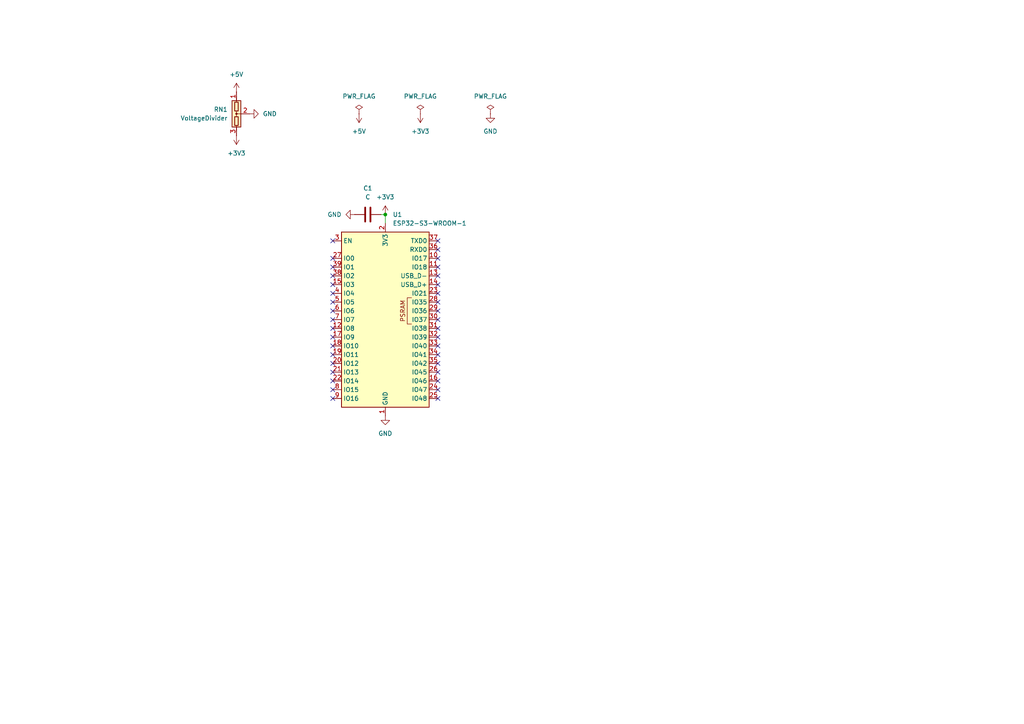
<source format=kicad_sch>
(kicad_sch
	(version 20250114)
	(generator "eeschema")
	(generator_version "9.0")
	(uuid "2fff397a-6090-44f7-b8d1-cbe27879c143")
	(paper "A4")
	(title_block
		(title "SMART WATCH")
		(date "2026-01-13")
		(comment 1 "0Zane")
	)
	(lib_symbols
		(symbol "Device:C"
			(pin_numbers
				(hide yes)
			)
			(pin_names
				(offset 0.254)
			)
			(exclude_from_sim no)
			(in_bom yes)
			(on_board yes)
			(property "Reference" "C"
				(at 0.635 2.54 0)
				(effects
					(font
						(size 1.27 1.27)
					)
					(justify left)
				)
			)
			(property "Value" "C"
				(at 0.635 -2.54 0)
				(effects
					(font
						(size 1.27 1.27)
					)
					(justify left)
				)
			)
			(property "Footprint" ""
				(at 0.9652 -3.81 0)
				(effects
					(font
						(size 1.27 1.27)
					)
					(hide yes)
				)
			)
			(property "Datasheet" "~"
				(at 0 0 0)
				(effects
					(font
						(size 1.27 1.27)
					)
					(hide yes)
				)
			)
			(property "Description" "Unpolarized capacitor"
				(at 0 0 0)
				(effects
					(font
						(size 1.27 1.27)
					)
					(hide yes)
				)
			)
			(property "ki_keywords" "cap capacitor"
				(at 0 0 0)
				(effects
					(font
						(size 1.27 1.27)
					)
					(hide yes)
				)
			)
			(property "ki_fp_filters" "C_*"
				(at 0 0 0)
				(effects
					(font
						(size 1.27 1.27)
					)
					(hide yes)
				)
			)
			(symbol "C_0_1"
				(polyline
					(pts
						(xy -2.032 0.762) (xy 2.032 0.762)
					)
					(stroke
						(width 0.508)
						(type default)
					)
					(fill
						(type none)
					)
				)
				(polyline
					(pts
						(xy -2.032 -0.762) (xy 2.032 -0.762)
					)
					(stroke
						(width 0.508)
						(type default)
					)
					(fill
						(type none)
					)
				)
			)
			(symbol "C_1_1"
				(pin passive line
					(at 0 3.81 270)
					(length 2.794)
					(name "~"
						(effects
							(font
								(size 1.27 1.27)
							)
						)
					)
					(number "1"
						(effects
							(font
								(size 1.27 1.27)
							)
						)
					)
				)
				(pin passive line
					(at 0 -3.81 90)
					(length 2.794)
					(name "~"
						(effects
							(font
								(size 1.27 1.27)
							)
						)
					)
					(number "2"
						(effects
							(font
								(size 1.27 1.27)
							)
						)
					)
				)
			)
			(embedded_fonts no)
		)
		(symbol "Device:VoltageDivider"
			(pin_names
				(offset 0)
				(hide yes)
			)
			(exclude_from_sim no)
			(in_bom yes)
			(on_board yes)
			(property "Reference" "RN"
				(at -4.445 0 90)
				(effects
					(font
						(size 1.27 1.27)
					)
				)
			)
			(property "Value" "VoltageDivider"
				(at -2.54 0 90)
				(effects
					(font
						(size 1.27 1.27)
					)
				)
			)
			(property "Footprint" ""
				(at 12.065 0 90)
				(effects
					(font
						(size 1.27 1.27)
					)
					(hide yes)
				)
			)
			(property "Datasheet" "~"
				(at 5.08 0 0)
				(effects
					(font
						(size 1.27 1.27)
					)
					(hide yes)
				)
			)
			(property "Description" "Voltage divider"
				(at 0 0 0)
				(effects
					(font
						(size 1.27 1.27)
					)
					(hide yes)
				)
			)
			(property "ki_keywords" "R network voltage divider"
				(at 0 0 0)
				(effects
					(font
						(size 1.27 1.27)
					)
					(hide yes)
				)
			)
			(property "ki_fp_filters" "R?Array?SIP* SOT?23"
				(at 0 0 0)
				(effects
					(font
						(size 1.27 1.27)
					)
					(hide yes)
				)
			)
			(symbol "VoltageDivider_0_1"
				(rectangle
					(start -1.27 -3.81)
					(end 1.27 3.81)
					(stroke
						(width 0.254)
						(type default)
					)
					(fill
						(type background)
					)
				)
				(rectangle
					(start -0.508 3.3782)
					(end 0.508 0.8382)
					(stroke
						(width 0.254)
						(type default)
					)
					(fill
						(type none)
					)
				)
				(rectangle
					(start -0.508 -3.3782)
					(end 0.508 -0.8382)
					(stroke
						(width 0.254)
						(type default)
					)
					(fill
						(type none)
					)
				)
				(polyline
					(pts
						(xy 0 5.08) (xy 0 3.3782)
					)
					(stroke
						(width 0)
						(type default)
					)
					(fill
						(type none)
					)
				)
				(polyline
					(pts
						(xy 0 0.889) (xy 0 -0.889)
					)
					(stroke
						(width 0)
						(type default)
					)
					(fill
						(type none)
					)
				)
				(circle
					(center 0 0.0254)
					(radius 0.254)
					(stroke
						(width 0)
						(type default)
					)
					(fill
						(type outline)
					)
				)
				(polyline
					(pts
						(xy 0 -5.08) (xy 0 -3.429)
					)
					(stroke
						(width 0)
						(type default)
					)
					(fill
						(type none)
					)
				)
				(polyline
					(pts
						(xy 1.27 0) (xy 0 0)
					)
					(stroke
						(width 0)
						(type default)
					)
					(fill
						(type none)
					)
				)
			)
			(symbol "VoltageDivider_1_1"
				(pin passive line
					(at 0 6.35 270)
					(length 2.54)
					(name "~"
						(effects
							(font
								(size 1.27 1.27)
							)
						)
					)
					(number "1"
						(effects
							(font
								(size 1.27 1.27)
							)
						)
					)
				)
				(pin passive line
					(at 0 -6.35 90)
					(length 2.54)
					(name "~"
						(effects
							(font
								(size 1.27 1.27)
							)
						)
					)
					(number "3"
						(effects
							(font
								(size 1.27 1.27)
							)
						)
					)
				)
				(pin passive line
					(at 3.81 0 180)
					(length 2.54)
					(name "~"
						(effects
							(font
								(size 1.27 1.27)
							)
						)
					)
					(number "2"
						(effects
							(font
								(size 1.27 1.27)
							)
						)
					)
				)
			)
			(embedded_fonts no)
		)
		(symbol "RF_Module:ESP32-S3-WROOM-1"
			(exclude_from_sim no)
			(in_bom yes)
			(on_board yes)
			(property "Reference" "U"
				(at -12.7 26.67 0)
				(effects
					(font
						(size 1.27 1.27)
					)
				)
			)
			(property "Value" "ESP32-S3-WROOM-1"
				(at 12.7 26.67 0)
				(effects
					(font
						(size 1.27 1.27)
					)
				)
			)
			(property "Footprint" "RF_Module:ESP32-S3-WROOM-1"
				(at 0 2.54 0)
				(effects
					(font
						(size 1.27 1.27)
					)
					(hide yes)
				)
			)
			(property "Datasheet" "https://www.espressif.com/sites/default/files/documentation/esp32-s3-wroom-1_wroom-1u_datasheet_en.pdf"
				(at 0 0 0)
				(effects
					(font
						(size 1.27 1.27)
					)
					(hide yes)
				)
			)
			(property "Description" "RF Module, ESP32-S3 SoC, Wi-Fi 802.11b/g/n, Bluetooth, BLE, 32-bit, 3.3V, onboard antenna, SMD"
				(at 0 0 0)
				(effects
					(font
						(size 1.27 1.27)
					)
					(hide yes)
				)
			)
			(property "ki_keywords" "RF Radio BT ESP ESP32-S3 Espressif onboard PCB antenna"
				(at 0 0 0)
				(effects
					(font
						(size 1.27 1.27)
					)
					(hide yes)
				)
			)
			(property "ki_fp_filters" "ESP32?S3?WROOM?1*"
				(at 0 0 0)
				(effects
					(font
						(size 1.27 1.27)
					)
					(hide yes)
				)
			)
			(symbol "ESP32-S3-WROOM-1_0_0"
				(rectangle
					(start -12.7 25.4)
					(end 12.7 -25.4)
					(stroke
						(width 0.254)
						(type default)
					)
					(fill
						(type background)
					)
				)
				(text "PSRAM"
					(at 5.08 2.54 900)
					(effects
						(font
							(size 1.27 1.27)
						)
					)
				)
			)
			(symbol "ESP32-S3-WROOM-1_0_1"
				(polyline
					(pts
						(xy 7.62 -1.27) (xy 6.35 -1.27) (xy 6.35 6.35) (xy 7.62 6.35)
					)
					(stroke
						(width 0)
						(type default)
					)
					(fill
						(type none)
					)
				)
			)
			(symbol "ESP32-S3-WROOM-1_1_1"
				(pin input line
					(at -15.24 22.86 0)
					(length 2.54)
					(name "EN"
						(effects
							(font
								(size 1.27 1.27)
							)
						)
					)
					(number "3"
						(effects
							(font
								(size 1.27 1.27)
							)
						)
					)
				)
				(pin bidirectional line
					(at -15.24 17.78 0)
					(length 2.54)
					(name "IO0"
						(effects
							(font
								(size 1.27 1.27)
							)
						)
					)
					(number "27"
						(effects
							(font
								(size 1.27 1.27)
							)
						)
					)
				)
				(pin bidirectional line
					(at -15.24 15.24 0)
					(length 2.54)
					(name "IO1"
						(effects
							(font
								(size 1.27 1.27)
							)
						)
					)
					(number "39"
						(effects
							(font
								(size 1.27 1.27)
							)
						)
					)
				)
				(pin bidirectional line
					(at -15.24 12.7 0)
					(length 2.54)
					(name "IO2"
						(effects
							(font
								(size 1.27 1.27)
							)
						)
					)
					(number "38"
						(effects
							(font
								(size 1.27 1.27)
							)
						)
					)
				)
				(pin bidirectional line
					(at -15.24 10.16 0)
					(length 2.54)
					(name "IO3"
						(effects
							(font
								(size 1.27 1.27)
							)
						)
					)
					(number "15"
						(effects
							(font
								(size 1.27 1.27)
							)
						)
					)
				)
				(pin bidirectional line
					(at -15.24 7.62 0)
					(length 2.54)
					(name "IO4"
						(effects
							(font
								(size 1.27 1.27)
							)
						)
					)
					(number "4"
						(effects
							(font
								(size 1.27 1.27)
							)
						)
					)
				)
				(pin bidirectional line
					(at -15.24 5.08 0)
					(length 2.54)
					(name "IO5"
						(effects
							(font
								(size 1.27 1.27)
							)
						)
					)
					(number "5"
						(effects
							(font
								(size 1.27 1.27)
							)
						)
					)
				)
				(pin bidirectional line
					(at -15.24 2.54 0)
					(length 2.54)
					(name "IO6"
						(effects
							(font
								(size 1.27 1.27)
							)
						)
					)
					(number "6"
						(effects
							(font
								(size 1.27 1.27)
							)
						)
					)
				)
				(pin bidirectional line
					(at -15.24 0 0)
					(length 2.54)
					(name "IO7"
						(effects
							(font
								(size 1.27 1.27)
							)
						)
					)
					(number "7"
						(effects
							(font
								(size 1.27 1.27)
							)
						)
					)
				)
				(pin bidirectional line
					(at -15.24 -2.54 0)
					(length 2.54)
					(name "IO8"
						(effects
							(font
								(size 1.27 1.27)
							)
						)
					)
					(number "12"
						(effects
							(font
								(size 1.27 1.27)
							)
						)
					)
				)
				(pin bidirectional line
					(at -15.24 -5.08 0)
					(length 2.54)
					(name "IO9"
						(effects
							(font
								(size 1.27 1.27)
							)
						)
					)
					(number "17"
						(effects
							(font
								(size 1.27 1.27)
							)
						)
					)
				)
				(pin bidirectional line
					(at -15.24 -7.62 0)
					(length 2.54)
					(name "IO10"
						(effects
							(font
								(size 1.27 1.27)
							)
						)
					)
					(number "18"
						(effects
							(font
								(size 1.27 1.27)
							)
						)
					)
				)
				(pin bidirectional line
					(at -15.24 -10.16 0)
					(length 2.54)
					(name "IO11"
						(effects
							(font
								(size 1.27 1.27)
							)
						)
					)
					(number "19"
						(effects
							(font
								(size 1.27 1.27)
							)
						)
					)
				)
				(pin bidirectional line
					(at -15.24 -12.7 0)
					(length 2.54)
					(name "IO12"
						(effects
							(font
								(size 1.27 1.27)
							)
						)
					)
					(number "20"
						(effects
							(font
								(size 1.27 1.27)
							)
						)
					)
				)
				(pin bidirectional line
					(at -15.24 -15.24 0)
					(length 2.54)
					(name "IO13"
						(effects
							(font
								(size 1.27 1.27)
							)
						)
					)
					(number "21"
						(effects
							(font
								(size 1.27 1.27)
							)
						)
					)
				)
				(pin bidirectional line
					(at -15.24 -17.78 0)
					(length 2.54)
					(name "IO14"
						(effects
							(font
								(size 1.27 1.27)
							)
						)
					)
					(number "22"
						(effects
							(font
								(size 1.27 1.27)
							)
						)
					)
				)
				(pin bidirectional line
					(at -15.24 -20.32 0)
					(length 2.54)
					(name "IO15"
						(effects
							(font
								(size 1.27 1.27)
							)
						)
					)
					(number "8"
						(effects
							(font
								(size 1.27 1.27)
							)
						)
					)
				)
				(pin bidirectional line
					(at -15.24 -22.86 0)
					(length 2.54)
					(name "IO16"
						(effects
							(font
								(size 1.27 1.27)
							)
						)
					)
					(number "9"
						(effects
							(font
								(size 1.27 1.27)
							)
						)
					)
				)
				(pin power_in line
					(at 0 27.94 270)
					(length 2.54)
					(name "3V3"
						(effects
							(font
								(size 1.27 1.27)
							)
						)
					)
					(number "2"
						(effects
							(font
								(size 1.27 1.27)
							)
						)
					)
				)
				(pin power_in line
					(at 0 -27.94 90)
					(length 2.54)
					(name "GND"
						(effects
							(font
								(size 1.27 1.27)
							)
						)
					)
					(number "1"
						(effects
							(font
								(size 1.27 1.27)
							)
						)
					)
				)
				(pin passive line
					(at 0 -27.94 90)
					(length 2.54)
					(hide yes)
					(name "GND"
						(effects
							(font
								(size 1.27 1.27)
							)
						)
					)
					(number "40"
						(effects
							(font
								(size 1.27 1.27)
							)
						)
					)
				)
				(pin passive line
					(at 0 -27.94 90)
					(length 2.54)
					(hide yes)
					(name "GND"
						(effects
							(font
								(size 1.27 1.27)
							)
						)
					)
					(number "41"
						(effects
							(font
								(size 1.27 1.27)
							)
						)
					)
				)
				(pin bidirectional line
					(at 15.24 22.86 180)
					(length 2.54)
					(name "TXD0"
						(effects
							(font
								(size 1.27 1.27)
							)
						)
					)
					(number "37"
						(effects
							(font
								(size 1.27 1.27)
							)
						)
					)
				)
				(pin bidirectional line
					(at 15.24 20.32 180)
					(length 2.54)
					(name "RXD0"
						(effects
							(font
								(size 1.27 1.27)
							)
						)
					)
					(number "36"
						(effects
							(font
								(size 1.27 1.27)
							)
						)
					)
				)
				(pin bidirectional line
					(at 15.24 17.78 180)
					(length 2.54)
					(name "IO17"
						(effects
							(font
								(size 1.27 1.27)
							)
						)
					)
					(number "10"
						(effects
							(font
								(size 1.27 1.27)
							)
						)
					)
				)
				(pin bidirectional line
					(at 15.24 15.24 180)
					(length 2.54)
					(name "IO18"
						(effects
							(font
								(size 1.27 1.27)
							)
						)
					)
					(number "11"
						(effects
							(font
								(size 1.27 1.27)
							)
						)
					)
				)
				(pin bidirectional line
					(at 15.24 12.7 180)
					(length 2.54)
					(name "USB_D-"
						(effects
							(font
								(size 1.27 1.27)
							)
						)
					)
					(number "13"
						(effects
							(font
								(size 1.27 1.27)
							)
						)
					)
					(alternate "IO19" bidirectional line)
				)
				(pin bidirectional line
					(at 15.24 10.16 180)
					(length 2.54)
					(name "USB_D+"
						(effects
							(font
								(size 1.27 1.27)
							)
						)
					)
					(number "14"
						(effects
							(font
								(size 1.27 1.27)
							)
						)
					)
					(alternate "IO20" bidirectional line)
				)
				(pin bidirectional line
					(at 15.24 7.62 180)
					(length 2.54)
					(name "IO21"
						(effects
							(font
								(size 1.27 1.27)
							)
						)
					)
					(number "23"
						(effects
							(font
								(size 1.27 1.27)
							)
						)
					)
				)
				(pin bidirectional line
					(at 15.24 5.08 180)
					(length 2.54)
					(name "IO35"
						(effects
							(font
								(size 1.27 1.27)
							)
						)
					)
					(number "28"
						(effects
							(font
								(size 1.27 1.27)
							)
						)
					)
				)
				(pin bidirectional line
					(at 15.24 2.54 180)
					(length 2.54)
					(name "IO36"
						(effects
							(font
								(size 1.27 1.27)
							)
						)
					)
					(number "29"
						(effects
							(font
								(size 1.27 1.27)
							)
						)
					)
				)
				(pin bidirectional line
					(at 15.24 0 180)
					(length 2.54)
					(name "IO37"
						(effects
							(font
								(size 1.27 1.27)
							)
						)
					)
					(number "30"
						(effects
							(font
								(size 1.27 1.27)
							)
						)
					)
				)
				(pin bidirectional line
					(at 15.24 -2.54 180)
					(length 2.54)
					(name "IO38"
						(effects
							(font
								(size 1.27 1.27)
							)
						)
					)
					(number "31"
						(effects
							(font
								(size 1.27 1.27)
							)
						)
					)
				)
				(pin bidirectional line
					(at 15.24 -5.08 180)
					(length 2.54)
					(name "IO39"
						(effects
							(font
								(size 1.27 1.27)
							)
						)
					)
					(number "32"
						(effects
							(font
								(size 1.27 1.27)
							)
						)
					)
				)
				(pin bidirectional line
					(at 15.24 -7.62 180)
					(length 2.54)
					(name "IO40"
						(effects
							(font
								(size 1.27 1.27)
							)
						)
					)
					(number "33"
						(effects
							(font
								(size 1.27 1.27)
							)
						)
					)
				)
				(pin bidirectional line
					(at 15.24 -10.16 180)
					(length 2.54)
					(name "IO41"
						(effects
							(font
								(size 1.27 1.27)
							)
						)
					)
					(number "34"
						(effects
							(font
								(size 1.27 1.27)
							)
						)
					)
				)
				(pin bidirectional line
					(at 15.24 -12.7 180)
					(length 2.54)
					(name "IO42"
						(effects
							(font
								(size 1.27 1.27)
							)
						)
					)
					(number "35"
						(effects
							(font
								(size 1.27 1.27)
							)
						)
					)
				)
				(pin bidirectional line
					(at 15.24 -15.24 180)
					(length 2.54)
					(name "IO45"
						(effects
							(font
								(size 1.27 1.27)
							)
						)
					)
					(number "26"
						(effects
							(font
								(size 1.27 1.27)
							)
						)
					)
				)
				(pin bidirectional line
					(at 15.24 -17.78 180)
					(length 2.54)
					(name "IO46"
						(effects
							(font
								(size 1.27 1.27)
							)
						)
					)
					(number "16"
						(effects
							(font
								(size 1.27 1.27)
							)
						)
					)
				)
				(pin bidirectional line
					(at 15.24 -20.32 180)
					(length 2.54)
					(name "IO47"
						(effects
							(font
								(size 1.27 1.27)
							)
						)
					)
					(number "24"
						(effects
							(font
								(size 1.27 1.27)
							)
						)
					)
				)
				(pin bidirectional line
					(at 15.24 -22.86 180)
					(length 2.54)
					(name "IO48"
						(effects
							(font
								(size 1.27 1.27)
							)
						)
					)
					(number "25"
						(effects
							(font
								(size 1.27 1.27)
							)
						)
					)
				)
			)
			(embedded_fonts no)
		)
		(symbol "power:+3V3"
			(power)
			(pin_numbers
				(hide yes)
			)
			(pin_names
				(offset 0)
				(hide yes)
			)
			(exclude_from_sim no)
			(in_bom yes)
			(on_board yes)
			(property "Reference" "#PWR"
				(at 0 -3.81 0)
				(effects
					(font
						(size 1.27 1.27)
					)
					(hide yes)
				)
			)
			(property "Value" "+3V3"
				(at 0 3.556 0)
				(effects
					(font
						(size 1.27 1.27)
					)
				)
			)
			(property "Footprint" ""
				(at 0 0 0)
				(effects
					(font
						(size 1.27 1.27)
					)
					(hide yes)
				)
			)
			(property "Datasheet" ""
				(at 0 0 0)
				(effects
					(font
						(size 1.27 1.27)
					)
					(hide yes)
				)
			)
			(property "Description" "Power symbol creates a global label with name \"+3V3\""
				(at 0 0 0)
				(effects
					(font
						(size 1.27 1.27)
					)
					(hide yes)
				)
			)
			(property "ki_keywords" "global power"
				(at 0 0 0)
				(effects
					(font
						(size 1.27 1.27)
					)
					(hide yes)
				)
			)
			(symbol "+3V3_0_1"
				(polyline
					(pts
						(xy -0.762 1.27) (xy 0 2.54)
					)
					(stroke
						(width 0)
						(type default)
					)
					(fill
						(type none)
					)
				)
				(polyline
					(pts
						(xy 0 2.54) (xy 0.762 1.27)
					)
					(stroke
						(width 0)
						(type default)
					)
					(fill
						(type none)
					)
				)
				(polyline
					(pts
						(xy 0 0) (xy 0 2.54)
					)
					(stroke
						(width 0)
						(type default)
					)
					(fill
						(type none)
					)
				)
			)
			(symbol "+3V3_1_1"
				(pin power_in line
					(at 0 0 90)
					(length 0)
					(name "~"
						(effects
							(font
								(size 1.27 1.27)
							)
						)
					)
					(number "1"
						(effects
							(font
								(size 1.27 1.27)
							)
						)
					)
				)
			)
			(embedded_fonts no)
		)
		(symbol "power:+5V"
			(power)
			(pin_numbers
				(hide yes)
			)
			(pin_names
				(offset 0)
				(hide yes)
			)
			(exclude_from_sim no)
			(in_bom yes)
			(on_board yes)
			(property "Reference" "#PWR"
				(at 0 -3.81 0)
				(effects
					(font
						(size 1.27 1.27)
					)
					(hide yes)
				)
			)
			(property "Value" "+5V"
				(at 0 3.556 0)
				(effects
					(font
						(size 1.27 1.27)
					)
				)
			)
			(property "Footprint" ""
				(at 0 0 0)
				(effects
					(font
						(size 1.27 1.27)
					)
					(hide yes)
				)
			)
			(property "Datasheet" ""
				(at 0 0 0)
				(effects
					(font
						(size 1.27 1.27)
					)
					(hide yes)
				)
			)
			(property "Description" "Power symbol creates a global label with name \"+5V\""
				(at 0 0 0)
				(effects
					(font
						(size 1.27 1.27)
					)
					(hide yes)
				)
			)
			(property "ki_keywords" "global power"
				(at 0 0 0)
				(effects
					(font
						(size 1.27 1.27)
					)
					(hide yes)
				)
			)
			(symbol "+5V_0_1"
				(polyline
					(pts
						(xy -0.762 1.27) (xy 0 2.54)
					)
					(stroke
						(width 0)
						(type default)
					)
					(fill
						(type none)
					)
				)
				(polyline
					(pts
						(xy 0 2.54) (xy 0.762 1.27)
					)
					(stroke
						(width 0)
						(type default)
					)
					(fill
						(type none)
					)
				)
				(polyline
					(pts
						(xy 0 0) (xy 0 2.54)
					)
					(stroke
						(width 0)
						(type default)
					)
					(fill
						(type none)
					)
				)
			)
			(symbol "+5V_1_1"
				(pin power_in line
					(at 0 0 90)
					(length 0)
					(name "~"
						(effects
							(font
								(size 1.27 1.27)
							)
						)
					)
					(number "1"
						(effects
							(font
								(size 1.27 1.27)
							)
						)
					)
				)
			)
			(embedded_fonts no)
		)
		(symbol "power:GND"
			(power)
			(pin_numbers
				(hide yes)
			)
			(pin_names
				(offset 0)
				(hide yes)
			)
			(exclude_from_sim no)
			(in_bom yes)
			(on_board yes)
			(property "Reference" "#PWR"
				(at 0 -6.35 0)
				(effects
					(font
						(size 1.27 1.27)
					)
					(hide yes)
				)
			)
			(property "Value" "GND"
				(at 0 -3.81 0)
				(effects
					(font
						(size 1.27 1.27)
					)
				)
			)
			(property "Footprint" ""
				(at 0 0 0)
				(effects
					(font
						(size 1.27 1.27)
					)
					(hide yes)
				)
			)
			(property "Datasheet" ""
				(at 0 0 0)
				(effects
					(font
						(size 1.27 1.27)
					)
					(hide yes)
				)
			)
			(property "Description" "Power symbol creates a global label with name \"GND\" , ground"
				(at 0 0 0)
				(effects
					(font
						(size 1.27 1.27)
					)
					(hide yes)
				)
			)
			(property "ki_keywords" "global power"
				(at 0 0 0)
				(effects
					(font
						(size 1.27 1.27)
					)
					(hide yes)
				)
			)
			(symbol "GND_0_1"
				(polyline
					(pts
						(xy 0 0) (xy 0 -1.27) (xy 1.27 -1.27) (xy 0 -2.54) (xy -1.27 -1.27) (xy 0 -1.27)
					)
					(stroke
						(width 0)
						(type default)
					)
					(fill
						(type none)
					)
				)
			)
			(symbol "GND_1_1"
				(pin power_in line
					(at 0 0 270)
					(length 0)
					(name "~"
						(effects
							(font
								(size 1.27 1.27)
							)
						)
					)
					(number "1"
						(effects
							(font
								(size 1.27 1.27)
							)
						)
					)
				)
			)
			(embedded_fonts no)
		)
		(symbol "power:PWR_FLAG"
			(power)
			(pin_numbers
				(hide yes)
			)
			(pin_names
				(offset 0)
				(hide yes)
			)
			(exclude_from_sim no)
			(in_bom yes)
			(on_board yes)
			(property "Reference" "#FLG"
				(at 0 1.905 0)
				(effects
					(font
						(size 1.27 1.27)
					)
					(hide yes)
				)
			)
			(property "Value" "PWR_FLAG"
				(at 0 3.81 0)
				(effects
					(font
						(size 1.27 1.27)
					)
				)
			)
			(property "Footprint" ""
				(at 0 0 0)
				(effects
					(font
						(size 1.27 1.27)
					)
					(hide yes)
				)
			)
			(property "Datasheet" "~"
				(at 0 0 0)
				(effects
					(font
						(size 1.27 1.27)
					)
					(hide yes)
				)
			)
			(property "Description" "Special symbol for telling ERC where power comes from"
				(at 0 0 0)
				(effects
					(font
						(size 1.27 1.27)
					)
					(hide yes)
				)
			)
			(property "ki_keywords" "flag power"
				(at 0 0 0)
				(effects
					(font
						(size 1.27 1.27)
					)
					(hide yes)
				)
			)
			(symbol "PWR_FLAG_0_0"
				(pin power_out line
					(at 0 0 90)
					(length 0)
					(name "~"
						(effects
							(font
								(size 1.27 1.27)
							)
						)
					)
					(number "1"
						(effects
							(font
								(size 1.27 1.27)
							)
						)
					)
				)
			)
			(symbol "PWR_FLAG_0_1"
				(polyline
					(pts
						(xy 0 0) (xy 0 1.27) (xy -1.016 1.905) (xy 0 2.54) (xy 1.016 1.905) (xy 0 1.27)
					)
					(stroke
						(width 0)
						(type default)
					)
					(fill
						(type none)
					)
				)
			)
			(embedded_fonts no)
		)
	)
	(junction
		(at 111.76 62.23)
		(diameter 0)
		(color 0 0 0 0)
		(uuid "5289b604-b18f-4dd3-9b06-43da070e1911")
	)
	(no_connect
		(at 96.52 92.71)
		(uuid "031d8d78-0f46-4b6f-86c0-463788dca260")
	)
	(no_connect
		(at 127 90.17)
		(uuid "0fc1af50-1e4f-45a5-a195-bafe39987215")
	)
	(no_connect
		(at 127 97.79)
		(uuid "221d43e5-3c5d-4bc3-bbe5-e8104bebb8b6")
	)
	(no_connect
		(at 127 87.63)
		(uuid "23d1b1c9-9652-4325-9782-db8195f65c3b")
	)
	(no_connect
		(at 96.52 90.17)
		(uuid "24bb73e7-fc21-4044-afe5-6ebbde8a2920")
	)
	(no_connect
		(at 127 74.93)
		(uuid "28afd989-01a6-41a8-b370-34efb5d3e434")
	)
	(no_connect
		(at 96.52 69.85)
		(uuid "31d8e77e-639e-439c-b0a2-e1229c3dfa9d")
	)
	(no_connect
		(at 127 95.25)
		(uuid "35b7811e-184e-4a07-b119-1a2235fd7fdd")
	)
	(no_connect
		(at 127 82.55)
		(uuid "365de904-6417-4beb-9e62-99d61f6effdf")
	)
	(no_connect
		(at 96.52 115.57)
		(uuid "447e6414-810b-423b-98b0-7085dd44a874")
	)
	(no_connect
		(at 127 85.09)
		(uuid "483d9d5e-cff4-4d7b-bcc7-8b62bacef397")
	)
	(no_connect
		(at 96.52 113.03)
		(uuid "4912a4cb-0683-455a-8eeb-92380230087b")
	)
	(no_connect
		(at 96.52 107.95)
		(uuid "530bff3a-70fe-4254-a52f-24fd75c0314a")
	)
	(no_connect
		(at 127 102.87)
		(uuid "58147a80-1d52-451a-9067-32e5ecf1ad0b")
	)
	(no_connect
		(at 96.52 110.49)
		(uuid "5cc5f947-cb52-4043-8aac-8deea8df64ce")
	)
	(no_connect
		(at 127 115.57)
		(uuid "7335073e-63f0-4b08-b05b-bd49d097d3e9")
	)
	(no_connect
		(at 127 80.01)
		(uuid "82f49021-9359-4663-a3c7-5c3bf5cc4ee2")
	)
	(no_connect
		(at 127 72.39)
		(uuid "86ecad5b-6001-4270-a0fc-83bc6faef443")
	)
	(no_connect
		(at 96.52 87.63)
		(uuid "9a975a7f-29ec-4640-a509-817057e55dc3")
	)
	(no_connect
		(at 127 105.41)
		(uuid "9ce21eb9-7fa3-40aa-8848-b99484f38bc5")
	)
	(no_connect
		(at 127 113.03)
		(uuid "9e0f1b56-ba16-4f5e-882e-906db07ace24")
	)
	(no_connect
		(at 96.52 82.55)
		(uuid "a0b831b1-3d44-4fcd-af33-ad95a3502cbc")
	)
	(no_connect
		(at 127 77.47)
		(uuid "a1a76892-7229-4ae2-a9a0-5afd5463a160")
	)
	(no_connect
		(at 127 110.49)
		(uuid "a1fecd74-569e-454f-90a9-28ef548cee3c")
	)
	(no_connect
		(at 96.52 85.09)
		(uuid "aecfb1d5-0454-4350-8bbc-00d221d22249")
	)
	(no_connect
		(at 127 92.71)
		(uuid "bf2509b7-e5e3-4210-975a-1d250e571777")
	)
	(no_connect
		(at 96.52 95.25)
		(uuid "c1e3f414-1d42-4e17-9c41-4c1910cd90a3")
	)
	(no_connect
		(at 96.52 74.93)
		(uuid "cb51901d-634e-4dca-9a9d-a1bfe7d94174")
	)
	(no_connect
		(at 96.52 97.79)
		(uuid "d414b109-8cb8-497b-b566-6102f5ef9630")
	)
	(no_connect
		(at 96.52 77.47)
		(uuid "dc3768ea-8214-4ad2-a9d4-2f80f632b2ab")
	)
	(no_connect
		(at 127 100.33)
		(uuid "de8b5e09-a86e-41a9-8c33-c2a43999635d")
	)
	(no_connect
		(at 96.52 102.87)
		(uuid "e0cac101-0294-41f8-bea9-26e997220c3f")
	)
	(no_connect
		(at 127 69.85)
		(uuid "e331ff82-5716-495e-ad1f-94f57d97a0c2")
	)
	(no_connect
		(at 96.52 80.01)
		(uuid "ee6583c2-9890-443a-8737-4e8f3c135700")
	)
	(no_connect
		(at 96.52 100.33)
		(uuid "f3662744-debc-4379-93b4-debc703ac105")
	)
	(no_connect
		(at 127 107.95)
		(uuid "f455eb3b-d019-4d57-a938-c5185c143858")
	)
	(no_connect
		(at 96.52 105.41)
		(uuid "f9da141f-5e09-4b66-bd50-0665253ee139")
	)
	(wire
		(pts
			(xy 110.49 62.23) (xy 111.76 62.23)
		)
		(stroke
			(width 0)
			(type default)
		)
		(uuid "c8ade634-e617-4935-9647-f908a1fec335")
	)
	(wire
		(pts
			(xy 111.76 64.77) (xy 111.76 62.23)
		)
		(stroke
			(width 0)
			(type default)
		)
		(uuid "cfb3d458-a19e-422f-810c-219e71b2008e")
	)
	(symbol
		(lib_id "power:PWR_FLAG")
		(at 121.92 33.02 0)
		(unit 1)
		(exclude_from_sim no)
		(in_bom yes)
		(on_board yes)
		(dnp no)
		(fields_autoplaced yes)
		(uuid "08297358-7146-4379-add4-d66ebb0d534a")
		(property "Reference" "#FLG02"
			(at 121.92 31.115 0)
			(effects
				(font
					(size 1.27 1.27)
				)
				(hide yes)
			)
		)
		(property "Value" "PWR_FLAG"
			(at 121.92 27.94 0)
			(effects
				(font
					(size 1.27 1.27)
				)
			)
		)
		(property "Footprint" ""
			(at 121.92 33.02 0)
			(effects
				(font
					(size 1.27 1.27)
				)
				(hide yes)
			)
		)
		(property "Datasheet" "~"
			(at 121.92 33.02 0)
			(effects
				(font
					(size 1.27 1.27)
				)
				(hide yes)
			)
		)
		(property "Description" "Special symbol for telling ERC where power comes from"
			(at 121.92 33.02 0)
			(effects
				(font
					(size 1.27 1.27)
				)
				(hide yes)
			)
		)
		(pin "1"
			(uuid "106e3bfe-5911-466f-abf6-59c9b5fc9f65")
		)
		(instances
			(project "watch"
				(path "/2fff397a-6090-44f7-b8d1-cbe27879c143"
					(reference "#FLG02")
					(unit 1)
				)
			)
		)
	)
	(symbol
		(lib_id "power:GND")
		(at 111.76 120.65 0)
		(unit 1)
		(exclude_from_sim no)
		(in_bom yes)
		(on_board yes)
		(dnp no)
		(fields_autoplaced yes)
		(uuid "1c8f36fd-f7fa-4ef8-a943-daa45bc69206")
		(property "Reference" "#PWR06"
			(at 111.76 127 0)
			(effects
				(font
					(size 1.27 1.27)
				)
				(hide yes)
			)
		)
		(property "Value" "GND"
			(at 111.76 125.73 0)
			(effects
				(font
					(size 1.27 1.27)
				)
			)
		)
		(property "Footprint" ""
			(at 111.76 120.65 0)
			(effects
				(font
					(size 1.27 1.27)
				)
				(hide yes)
			)
		)
		(property "Datasheet" ""
			(at 111.76 120.65 0)
			(effects
				(font
					(size 1.27 1.27)
				)
				(hide yes)
			)
		)
		(property "Description" "Power symbol creates a global label with name \"GND\" , ground"
			(at 111.76 120.65 0)
			(effects
				(font
					(size 1.27 1.27)
				)
				(hide yes)
			)
		)
		(pin "1"
			(uuid "5e244506-6401-4221-8ad0-cf4fcdcecf5a")
		)
		(instances
			(project ""
				(path "/2fff397a-6090-44f7-b8d1-cbe27879c143"
					(reference "#PWR06")
					(unit 1)
				)
			)
		)
	)
	(symbol
		(lib_id "power:GND")
		(at 142.24 33.02 0)
		(unit 1)
		(exclude_from_sim no)
		(in_bom yes)
		(on_board yes)
		(dnp no)
		(fields_autoplaced yes)
		(uuid "2ed5c9f6-a942-4949-bc7a-521c65c68596")
		(property "Reference" "#PWR07"
			(at 142.24 39.37 0)
			(effects
				(font
					(size 1.27 1.27)
				)
				(hide yes)
			)
		)
		(property "Value" "GND"
			(at 142.24 38.1 0)
			(effects
				(font
					(size 1.27 1.27)
				)
			)
		)
		(property "Footprint" ""
			(at 142.24 33.02 0)
			(effects
				(font
					(size 1.27 1.27)
				)
				(hide yes)
			)
		)
		(property "Datasheet" ""
			(at 142.24 33.02 0)
			(effects
				(font
					(size 1.27 1.27)
				)
				(hide yes)
			)
		)
		(property "Description" "Power symbol creates a global label with name \"GND\" , ground"
			(at 142.24 33.02 0)
			(effects
				(font
					(size 1.27 1.27)
				)
				(hide yes)
			)
		)
		(pin "1"
			(uuid "a851bb15-d8c4-4f5b-86a6-5ebe4c5d5505")
		)
		(instances
			(project ""
				(path "/2fff397a-6090-44f7-b8d1-cbe27879c143"
					(reference "#PWR07")
					(unit 1)
				)
			)
		)
	)
	(symbol
		(lib_id "power:+5V")
		(at 68.58 26.67 0)
		(unit 1)
		(exclude_from_sim no)
		(in_bom yes)
		(on_board yes)
		(dnp no)
		(fields_autoplaced yes)
		(uuid "35bea6e6-fac0-490b-8bca-54e1f10d8238")
		(property "Reference" "#PWR05"
			(at 68.58 30.48 0)
			(effects
				(font
					(size 1.27 1.27)
				)
				(hide yes)
			)
		)
		(property "Value" "+5V"
			(at 68.58 21.59 0)
			(effects
				(font
					(size 1.27 1.27)
				)
			)
		)
		(property "Footprint" ""
			(at 68.58 26.67 0)
			(effects
				(font
					(size 1.27 1.27)
				)
				(hide yes)
			)
		)
		(property "Datasheet" ""
			(at 68.58 26.67 0)
			(effects
				(font
					(size 1.27 1.27)
				)
				(hide yes)
			)
		)
		(property "Description" "Power symbol creates a global label with name \"+5V\""
			(at 68.58 26.67 0)
			(effects
				(font
					(size 1.27 1.27)
				)
				(hide yes)
			)
		)
		(pin "1"
			(uuid "378d1ded-ee11-4e08-ba5c-09959af86a17")
		)
		(instances
			(project ""
				(path "/2fff397a-6090-44f7-b8d1-cbe27879c143"
					(reference "#PWR05")
					(unit 1)
				)
			)
		)
	)
	(symbol
		(lib_id "power:GND")
		(at 72.39 33.02 90)
		(unit 1)
		(exclude_from_sim no)
		(in_bom yes)
		(on_board yes)
		(dnp no)
		(fields_autoplaced yes)
		(uuid "4270a59a-5172-4667-8e54-7ed2635c32cf")
		(property "Reference" "#PWR04"
			(at 78.74 33.02 0)
			(effects
				(font
					(size 1.27 1.27)
				)
				(hide yes)
			)
		)
		(property "Value" "GND"
			(at 76.2 33.0199 90)
			(effects
				(font
					(size 1.27 1.27)
				)
				(justify right)
			)
		)
		(property "Footprint" ""
			(at 72.39 33.02 0)
			(effects
				(font
					(size 1.27 1.27)
				)
				(hide yes)
			)
		)
		(property "Datasheet" ""
			(at 72.39 33.02 0)
			(effects
				(font
					(size 1.27 1.27)
				)
				(hide yes)
			)
		)
		(property "Description" "Power symbol creates a global label with name \"GND\" , ground"
			(at 72.39 33.02 0)
			(effects
				(font
					(size 1.27 1.27)
				)
				(hide yes)
			)
		)
		(pin "1"
			(uuid "3db491c3-49f2-4c9c-86a8-41a137e504db")
		)
		(instances
			(project ""
				(path "/2fff397a-6090-44f7-b8d1-cbe27879c143"
					(reference "#PWR04")
					(unit 1)
				)
			)
		)
	)
	(symbol
		(lib_id "Device:VoltageDivider")
		(at 68.58 33.02 0)
		(unit 1)
		(exclude_from_sim no)
		(in_bom yes)
		(on_board yes)
		(dnp no)
		(fields_autoplaced yes)
		(uuid "605914c7-d5b4-42b3-967f-04134611b033")
		(property "Reference" "RN1"
			(at 66.04 31.7499 0)
			(effects
				(font
					(size 1.27 1.27)
				)
				(justify right)
			)
		)
		(property "Value" "VoltageDivider"
			(at 66.04 34.2899 0)
			(effects
				(font
					(size 1.27 1.27)
				)
				(justify right)
			)
		)
		(property "Footprint" ""
			(at 80.645 33.02 90)
			(effects
				(font
					(size 1.27 1.27)
				)
				(hide yes)
			)
		)
		(property "Datasheet" "~"
			(at 73.66 33.02 0)
			(effects
				(font
					(size 1.27 1.27)
				)
				(hide yes)
			)
		)
		(property "Description" "Voltage divider"
			(at 68.58 33.02 0)
			(effects
				(font
					(size 1.27 1.27)
				)
				(hide yes)
			)
		)
		(pin "1"
			(uuid "c14f35f5-2081-411d-b4d6-738cf937d627")
		)
		(pin "2"
			(uuid "af26b5e2-57fe-4098-9abd-3a23d2644399")
		)
		(pin "3"
			(uuid "83a271b5-82e9-4c64-a5ac-f6bcea331fb6")
		)
		(instances
			(project ""
				(path "/2fff397a-6090-44f7-b8d1-cbe27879c143"
					(reference "RN1")
					(unit 1)
				)
			)
		)
	)
	(symbol
		(lib_id "power:PWR_FLAG")
		(at 142.24 33.02 0)
		(unit 1)
		(exclude_from_sim no)
		(in_bom yes)
		(on_board yes)
		(dnp no)
		(fields_autoplaced yes)
		(uuid "689d3beb-27c8-47d0-91d4-8a7739ba1a80")
		(property "Reference" "#FLG03"
			(at 142.24 31.115 0)
			(effects
				(font
					(size 1.27 1.27)
				)
				(hide yes)
			)
		)
		(property "Value" "PWR_FLAG"
			(at 142.24 27.94 0)
			(effects
				(font
					(size 1.27 1.27)
				)
			)
		)
		(property "Footprint" ""
			(at 142.24 33.02 0)
			(effects
				(font
					(size 1.27 1.27)
				)
				(hide yes)
			)
		)
		(property "Datasheet" "~"
			(at 142.24 33.02 0)
			(effects
				(font
					(size 1.27 1.27)
				)
				(hide yes)
			)
		)
		(property "Description" "Special symbol for telling ERC where power comes from"
			(at 142.24 33.02 0)
			(effects
				(font
					(size 1.27 1.27)
				)
				(hide yes)
			)
		)
		(pin "1"
			(uuid "dcd79b37-8480-4f72-989e-fb9b035dcdd7")
		)
		(instances
			(project "watch"
				(path "/2fff397a-6090-44f7-b8d1-cbe27879c143"
					(reference "#FLG03")
					(unit 1)
				)
			)
		)
	)
	(symbol
		(lib_id "RF_Module:ESP32-S3-WROOM-1")
		(at 111.76 92.71 0)
		(unit 1)
		(exclude_from_sim no)
		(in_bom yes)
		(on_board yes)
		(dnp no)
		(fields_autoplaced yes)
		(uuid "7afb88ab-d9b5-482f-a52c-6195ea8beb01")
		(property "Reference" "U1"
			(at 113.9033 62.23 0)
			(effects
				(font
					(size 1.27 1.27)
				)
				(justify left)
			)
		)
		(property "Value" "ESP32-S3-WROOM-1"
			(at 113.9033 64.77 0)
			(effects
				(font
					(size 1.27 1.27)
				)
				(justify left)
			)
		)
		(property "Footprint" "RF_Module:ESP32-S3-WROOM-1"
			(at 111.76 90.17 0)
			(effects
				(font
					(size 1.27 1.27)
				)
				(hide yes)
			)
		)
		(property "Datasheet" "https://www.espressif.com/sites/default/files/documentation/esp32-s3-wroom-1_wroom-1u_datasheet_en.pdf"
			(at 111.76 92.71 0)
			(effects
				(font
					(size 1.27 1.27)
				)
				(hide yes)
			)
		)
		(property "Description" "RF Module, ESP32-S3 SoC, Wi-Fi 802.11b/g/n, Bluetooth, BLE, 32-bit, 3.3V, onboard antenna, SMD"
			(at 111.76 92.71 0)
			(effects
				(font
					(size 1.27 1.27)
				)
				(hide yes)
			)
		)
		(pin "22"
			(uuid "b1ed8a4e-624e-47c9-ab1b-0bdf5b5ce382")
		)
		(pin "35"
			(uuid "7d5f6f07-2b7a-4459-84ee-c747620b5a3f")
		)
		(pin "14"
			(uuid "ae424ffe-8ead-4c04-8abf-8eb849830e2c")
		)
		(pin "40"
			(uuid "b2c08951-4caa-493f-b6a2-3cf33c8f51d0")
		)
		(pin "28"
			(uuid "7c9a1600-e34d-4dc4-8655-2a8bf21ebcde")
		)
		(pin "7"
			(uuid "a64fe4cc-b566-4b19-a295-101e6a3e299e")
		)
		(pin "3"
			(uuid "c29918e0-d228-40cb-ae66-e3c40dec9c9e")
		)
		(pin "17"
			(uuid "2c32136c-5e87-4b7d-ba89-fa8aed7b1eb8")
		)
		(pin "10"
			(uuid "071baca6-ae2a-4b76-ad66-751aa3f10754")
		)
		(pin "39"
			(uuid "4a2423cf-5cfc-45a5-b009-6597bfd5b85a")
		)
		(pin "4"
			(uuid "9c373bba-9db7-4d7f-8037-026b59d596c2")
		)
		(pin "12"
			(uuid "67a06919-6ee4-4ad8-b2be-4b9cff55ca8d")
		)
		(pin "21"
			(uuid "6a786ffa-e12d-4372-b78b-90cf301cb14c")
		)
		(pin "32"
			(uuid "18bb142e-2adc-4d5c-90aa-23148ac13142")
		)
		(pin "13"
			(uuid "600bd63a-cf34-49fb-ab89-f299ea64d72d")
		)
		(pin "6"
			(uuid "f23ad142-3436-45bd-87f7-ac05c88e751d")
		)
		(pin "25"
			(uuid "430a5151-6a57-4d19-9f12-f118f8612791")
		)
		(pin "30"
			(uuid "33ec0760-76f1-4e81-a0c7-27bb66b8a102")
		)
		(pin "15"
			(uuid "a423949b-bb4c-40e5-ba41-855e332c5556")
		)
		(pin "8"
			(uuid "7b6e31a3-cb80-4261-a515-f29e5f8f25ca")
		)
		(pin "20"
			(uuid "c04b6e64-32b5-4edc-9697-96d8c40a838d")
		)
		(pin "27"
			(uuid "4901506c-48a2-4f18-b58d-039c239bc71f")
		)
		(pin "5"
			(uuid "fcf38b0b-181b-4fb5-8151-7df27b87badf")
		)
		(pin "37"
			(uuid "34490bc5-6799-4419-a306-c076cae526ad")
		)
		(pin "23"
			(uuid "7813240d-8f05-4964-91dc-b7d40829c1db")
		)
		(pin "31"
			(uuid "10108bca-5fc9-4b3f-9cd2-60062b45ab8a")
		)
		(pin "18"
			(uuid "76a7f234-1a24-43ba-9f06-a0603b4bf92c")
		)
		(pin "29"
			(uuid "b3d8a47a-9fb9-447e-a39b-f14bd5158db8")
		)
		(pin "34"
			(uuid "a6e5bf21-41f6-4f03-9dc5-0aa07f9c7979")
		)
		(pin "2"
			(uuid "b7a60781-ba97-466f-9944-eb5987cf3450")
		)
		(pin "36"
			(uuid "b2869fec-4517-4113-a15e-443ac131f123")
		)
		(pin "19"
			(uuid "03132a50-cc60-4ccb-b1e0-6ae3f8527f35")
		)
		(pin "11"
			(uuid "552c24ce-53df-4ac0-a92e-1f789284a122")
		)
		(pin "9"
			(uuid "750dc0e1-14f9-4304-909e-e594c75defc3")
		)
		(pin "1"
			(uuid "e2a71141-2f2f-4bab-8c36-df72055ff71c")
		)
		(pin "38"
			(uuid "9149a810-afcb-4575-a842-c2301f589dab")
		)
		(pin "41"
			(uuid "38feeee1-6621-4b89-8479-9f73f42249dd")
		)
		(pin "33"
			(uuid "2d7c71a0-190f-442c-bbb0-49baa58aa1ce")
		)
		(pin "24"
			(uuid "384e632b-284f-4de9-9bd4-4967a48c2970")
		)
		(pin "26"
			(uuid "b044cf0a-9402-4964-977d-11199565cbe8")
		)
		(pin "16"
			(uuid "b0aa04a9-c50c-44f3-9aab-0fcb52aa96df")
		)
		(instances
			(project ""
				(path "/2fff397a-6090-44f7-b8d1-cbe27879c143"
					(reference "U1")
					(unit 1)
				)
			)
		)
	)
	(symbol
		(lib_id "power:PWR_FLAG")
		(at 104.14 33.02 0)
		(unit 1)
		(exclude_from_sim no)
		(in_bom yes)
		(on_board yes)
		(dnp no)
		(fields_autoplaced yes)
		(uuid "7f0c71de-b4ed-466e-8e21-685b2dc7c418")
		(property "Reference" "#FLG01"
			(at 104.14 31.115 0)
			(effects
				(font
					(size 1.27 1.27)
				)
				(hide yes)
			)
		)
		(property "Value" "PWR_FLAG"
			(at 104.14 27.94 0)
			(effects
				(font
					(size 1.27 1.27)
				)
			)
		)
		(property "Footprint" ""
			(at 104.14 33.02 0)
			(effects
				(font
					(size 1.27 1.27)
				)
				(hide yes)
			)
		)
		(property "Datasheet" "~"
			(at 104.14 33.02 0)
			(effects
				(font
					(size 1.27 1.27)
				)
				(hide yes)
			)
		)
		(property "Description" "Special symbol for telling ERC where power comes from"
			(at 104.14 33.02 0)
			(effects
				(font
					(size 1.27 1.27)
				)
				(hide yes)
			)
		)
		(pin "1"
			(uuid "080cf235-1081-44a4-b976-19b7fc9d0fd4")
		)
		(instances
			(project ""
				(path "/2fff397a-6090-44f7-b8d1-cbe27879c143"
					(reference "#FLG01")
					(unit 1)
				)
			)
		)
	)
	(symbol
		(lib_id "Device:C")
		(at 106.68 62.23 90)
		(unit 1)
		(exclude_from_sim no)
		(in_bom yes)
		(on_board yes)
		(dnp no)
		(fields_autoplaced yes)
		(uuid "84b20553-305f-4cea-aefb-e09939ebd0bc")
		(property "Reference" "C1"
			(at 106.68 54.61 90)
			(effects
				(font
					(size 1.27 1.27)
				)
			)
		)
		(property "Value" "C"
			(at 106.68 57.15 90)
			(effects
				(font
					(size 1.27 1.27)
				)
			)
		)
		(property "Footprint" ""
			(at 110.49 61.2648 0)
			(effects
				(font
					(size 1.27 1.27)
				)
				(hide yes)
			)
		)
		(property "Datasheet" "~"
			(at 106.68 62.23 0)
			(effects
				(font
					(size 1.27 1.27)
				)
				(hide yes)
			)
		)
		(property "Description" "Unpolarized capacitor"
			(at 106.68 62.23 0)
			(effects
				(font
					(size 1.27 1.27)
				)
				(hide yes)
			)
		)
		(pin "1"
			(uuid "d70d01e1-24d2-4d42-ab3d-bbdc28db3aa0")
		)
		(pin "2"
			(uuid "b1ccdd83-cfac-485c-b973-5b9f9eb98988")
		)
		(instances
			(project ""
				(path "/2fff397a-6090-44f7-b8d1-cbe27879c143"
					(reference "C1")
					(unit 1)
				)
			)
		)
	)
	(symbol
		(lib_id "power:+3V3")
		(at 121.92 33.02 180)
		(unit 1)
		(exclude_from_sim no)
		(in_bom yes)
		(on_board yes)
		(dnp no)
		(fields_autoplaced yes)
		(uuid "8ce794e7-5ff8-4329-ba30-5c5ba8911ec5")
		(property "Reference" "#PWR08"
			(at 121.92 29.21 0)
			(effects
				(font
					(size 1.27 1.27)
				)
				(hide yes)
			)
		)
		(property "Value" "+3V3"
			(at 121.92 38.1 0)
			(effects
				(font
					(size 1.27 1.27)
				)
			)
		)
		(property "Footprint" ""
			(at 121.92 33.02 0)
			(effects
				(font
					(size 1.27 1.27)
				)
				(hide yes)
			)
		)
		(property "Datasheet" ""
			(at 121.92 33.02 0)
			(effects
				(font
					(size 1.27 1.27)
				)
				(hide yes)
			)
		)
		(property "Description" "Power symbol creates a global label with name \"+3V3\""
			(at 121.92 33.02 0)
			(effects
				(font
					(size 1.27 1.27)
				)
				(hide yes)
			)
		)
		(pin "1"
			(uuid "3c74ea28-ba1c-4752-8fbb-29daf9ebc751")
		)
		(instances
			(project ""
				(path "/2fff397a-6090-44f7-b8d1-cbe27879c143"
					(reference "#PWR08")
					(unit 1)
				)
			)
		)
	)
	(symbol
		(lib_id "power:GND")
		(at 102.87 62.23 270)
		(unit 1)
		(exclude_from_sim no)
		(in_bom yes)
		(on_board yes)
		(dnp no)
		(fields_autoplaced yes)
		(uuid "99c85707-f383-4f0f-bf21-67be1ca205e3")
		(property "Reference" "#PWR01"
			(at 96.52 62.23 0)
			(effects
				(font
					(size 1.27 1.27)
				)
				(hide yes)
			)
		)
		(property "Value" "GND"
			(at 99.06 62.2299 90)
			(effects
				(font
					(size 1.27 1.27)
				)
				(justify right)
			)
		)
		(property "Footprint" ""
			(at 102.87 62.23 0)
			(effects
				(font
					(size 1.27 1.27)
				)
				(hide yes)
			)
		)
		(property "Datasheet" ""
			(at 102.87 62.23 0)
			(effects
				(font
					(size 1.27 1.27)
				)
				(hide yes)
			)
		)
		(property "Description" "Power symbol creates a global label with name \"GND\" , ground"
			(at 102.87 62.23 0)
			(effects
				(font
					(size 1.27 1.27)
				)
				(hide yes)
			)
		)
		(pin "1"
			(uuid "083b33f6-993b-4e6e-b33b-832af2e5e586")
		)
		(instances
			(project ""
				(path "/2fff397a-6090-44f7-b8d1-cbe27879c143"
					(reference "#PWR01")
					(unit 1)
				)
			)
		)
	)
	(symbol
		(lib_id "power:+3V3")
		(at 111.76 62.23 0)
		(unit 1)
		(exclude_from_sim no)
		(in_bom yes)
		(on_board yes)
		(dnp no)
		(fields_autoplaced yes)
		(uuid "9c9b716f-e38a-43ce-b7ca-7aa4547e9b9b")
		(property "Reference" "#PWR02"
			(at 111.76 66.04 0)
			(effects
				(font
					(size 1.27 1.27)
				)
				(hide yes)
			)
		)
		(property "Value" "+3V3"
			(at 111.76 57.15 0)
			(effects
				(font
					(size 1.27 1.27)
				)
			)
		)
		(property "Footprint" ""
			(at 111.76 62.23 0)
			(effects
				(font
					(size 1.27 1.27)
				)
				(hide yes)
			)
		)
		(property "Datasheet" ""
			(at 111.76 62.23 0)
			(effects
				(font
					(size 1.27 1.27)
				)
				(hide yes)
			)
		)
		(property "Description" "Power symbol creates a global label with name \"+3V3\""
			(at 111.76 62.23 0)
			(effects
				(font
					(size 1.27 1.27)
				)
				(hide yes)
			)
		)
		(pin "1"
			(uuid "e328e10d-71d3-42dd-9f96-542e72c6dabc")
		)
		(instances
			(project ""
				(path "/2fff397a-6090-44f7-b8d1-cbe27879c143"
					(reference "#PWR02")
					(unit 1)
				)
			)
		)
	)
	(symbol
		(lib_id "power:+5V")
		(at 104.14 33.02 180)
		(unit 1)
		(exclude_from_sim no)
		(in_bom yes)
		(on_board yes)
		(dnp no)
		(fields_autoplaced yes)
		(uuid "c2b45d50-cb34-4c01-b66a-79fc5733bfa3")
		(property "Reference" "#PWR09"
			(at 104.14 29.21 0)
			(effects
				(font
					(size 1.27 1.27)
				)
				(hide yes)
			)
		)
		(property "Value" "+5V"
			(at 104.14 38.1 0)
			(effects
				(font
					(size 1.27 1.27)
				)
			)
		)
		(property "Footprint" ""
			(at 104.14 33.02 0)
			(effects
				(font
					(size 1.27 1.27)
				)
				(hide yes)
			)
		)
		(property "Datasheet" ""
			(at 104.14 33.02 0)
			(effects
				(font
					(size 1.27 1.27)
				)
				(hide yes)
			)
		)
		(property "Description" "Power symbol creates a global label with name \"+5V\""
			(at 104.14 33.02 0)
			(effects
				(font
					(size 1.27 1.27)
				)
				(hide yes)
			)
		)
		(pin "1"
			(uuid "1c4955b5-dd1a-44d0-81f7-63bb5ddb12a8")
		)
		(instances
			(project ""
				(path "/2fff397a-6090-44f7-b8d1-cbe27879c143"
					(reference "#PWR09")
					(unit 1)
				)
			)
		)
	)
	(symbol
		(lib_id "power:+3V3")
		(at 68.58 39.37 180)
		(unit 1)
		(exclude_from_sim no)
		(in_bom yes)
		(on_board yes)
		(dnp no)
		(fields_autoplaced yes)
		(uuid "c3ecdcda-5e7b-45a6-9d2e-829655ab6a43")
		(property "Reference" "#PWR03"
			(at 68.58 35.56 0)
			(effects
				(font
					(size 1.27 1.27)
				)
				(hide yes)
			)
		)
		(property "Value" "+3V3"
			(at 68.58 44.45 0)
			(effects
				(font
					(size 1.27 1.27)
				)
			)
		)
		(property "Footprint" ""
			(at 68.58 39.37 0)
			(effects
				(font
					(size 1.27 1.27)
				)
				(hide yes)
			)
		)
		(property "Datasheet" ""
			(at 68.58 39.37 0)
			(effects
				(font
					(size 1.27 1.27)
				)
				(hide yes)
			)
		)
		(property "Description" "Power symbol creates a global label with name \"+3V3\""
			(at 68.58 39.37 0)
			(effects
				(font
					(size 1.27 1.27)
				)
				(hide yes)
			)
		)
		(pin "1"
			(uuid "d146b31d-0832-4d7e-88c0-4fa9302bdcb6")
		)
		(instances
			(project ""
				(path "/2fff397a-6090-44f7-b8d1-cbe27879c143"
					(reference "#PWR03")
					(unit 1)
				)
			)
		)
	)
	(sheet_instances
		(path "/"
			(page "1")
		)
	)
	(embedded_fonts no)
)

</source>
